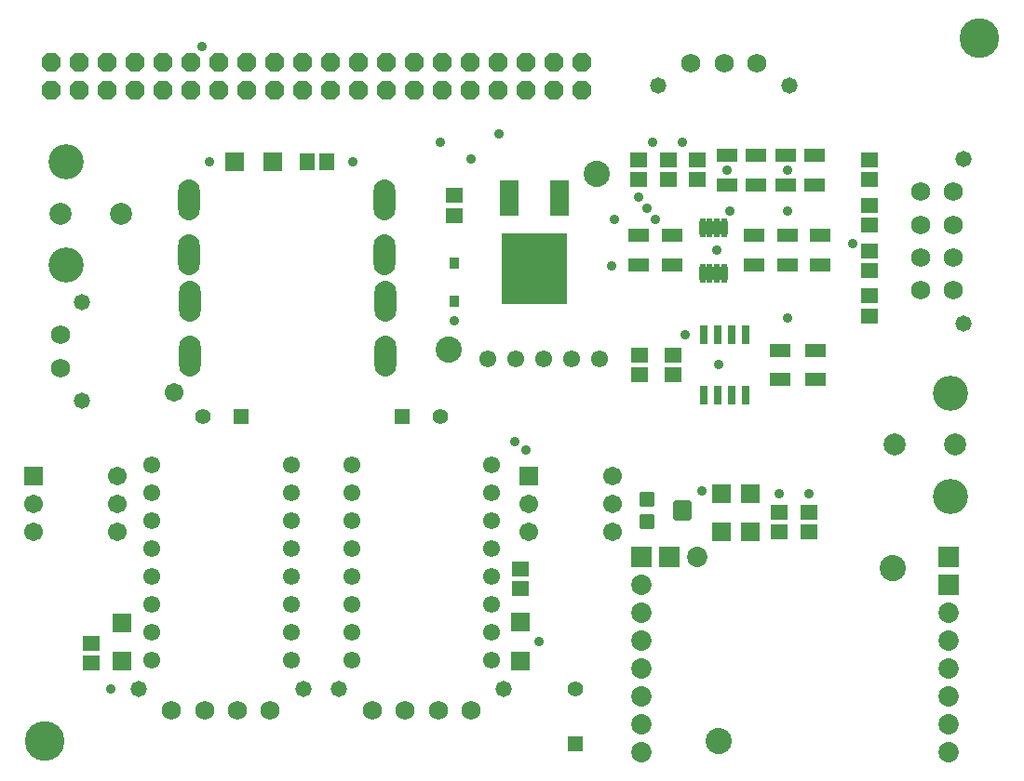
<source format=gts>
G04 Layer_Color=8388736*
%FSLAX44Y44*%
%MOMM*%
G71*
G01*
G75*
%ADD57R,1.9032X1.3032*%
%ADD58R,1.6032X1.4032*%
%ADD59R,1.4032X1.6032*%
%ADD60O,0.6032X1.8032*%
%ADD61R,0.9032X1.0032*%
%ADD62R,1.7032X1.7032*%
%ADD63R,1.7032X1.7032*%
G04:AMPARAMS|DCode=64|XSize=1.8032mm|YSize=1.7032mm|CornerRadius=0.1766mm|HoleSize=0mm|Usage=FLASHONLY|Rotation=270.000|XOffset=0mm|YOffset=0mm|HoleType=Round|Shape=RoundedRectangle|*
%AMROUNDEDRECTD64*
21,1,1.8032,1.3500,0,0,270.0*
21,1,1.4500,1.7032,0,0,270.0*
1,1,0.3532,-0.6750,-0.7250*
1,1,0.3532,-0.6750,0.7250*
1,1,0.3532,0.6750,0.7250*
1,1,0.3532,0.6750,-0.7250*
%
%ADD64ROUNDEDRECTD64*%
G04:AMPARAMS|DCode=65|XSize=1.4032mm|YSize=1.4032mm|CornerRadius=0.1616mm|HoleSize=0mm|Usage=FLASHONLY|Rotation=270.000|XOffset=0mm|YOffset=0mm|HoleType=Round|Shape=RoundedRectangle|*
%AMROUNDEDRECTD65*
21,1,1.4032,1.0800,0,0,270.0*
21,1,1.0800,1.4032,0,0,270.0*
1,1,0.3232,-0.5400,-0.5400*
1,1,0.3232,-0.5400,0.5400*
1,1,0.3232,0.5400,0.5400*
1,1,0.3232,0.5400,-0.5400*
%
%ADD65ROUNDEDRECTD65*%
%ADD66R,1.8032X3.2032*%
%ADD67R,6.0032X6.4032*%
%ADD68R,0.8032X1.6532*%
%ADD69C,3.6032*%
%ADD70C,1.7272*%
%ADD71C,1.4732*%
%ADD72C,1.7032*%
%ADD73C,1.4032*%
%ADD74R,1.4032X1.4032*%
%ADD75P,1.8695X8X202.5*%
%ADD76R,1.4032X1.4032*%
%ADD77C,2.3872*%
%ADD78C,1.8542*%
%ADD79R,1.8542X1.8542*%
%ADD80C,1.5531*%
%ADD81C,2.3876*%
%ADD82C,3.2032*%
%ADD83C,2.0032*%
%ADD84O,1.9581X3.7130*%
%ADD85C,0.9032*%
D57*
X708333Y568500D02*
D03*
Y541500D02*
D03*
X735950Y363750D02*
D03*
Y390750D02*
D03*
X703450D02*
D03*
Y363750D02*
D03*
X575000Y468000D02*
D03*
Y495000D02*
D03*
X605000Y468000D02*
D03*
Y495000D02*
D03*
X680000D02*
D03*
Y468000D02*
D03*
X710000D02*
D03*
Y495000D02*
D03*
X735000Y541500D02*
D03*
Y568500D02*
D03*
X681667Y541500D02*
D03*
Y568500D02*
D03*
X655000Y541500D02*
D03*
Y568500D02*
D03*
X740000Y468000D02*
D03*
Y495000D02*
D03*
D58*
X785000Y422000D02*
D03*
Y440000D02*
D03*
Y463333D02*
D03*
Y481333D02*
D03*
X601667Y546000D02*
D03*
Y564000D02*
D03*
X575000D02*
D03*
Y546000D02*
D03*
X628333Y564000D02*
D03*
Y546000D02*
D03*
X785000Y504667D02*
D03*
Y522667D02*
D03*
Y546000D02*
D03*
Y564000D02*
D03*
X467500Y191500D02*
D03*
Y173500D02*
D03*
X575950Y386250D02*
D03*
Y368250D02*
D03*
X605950Y386250D02*
D03*
Y368250D02*
D03*
X77500Y106000D02*
D03*
Y124000D02*
D03*
X407500Y513500D02*
D03*
Y531500D02*
D03*
X730000Y225484D02*
D03*
Y243484D02*
D03*
X703083D02*
D03*
Y225484D02*
D03*
D59*
X291500Y562500D02*
D03*
X273500D02*
D03*
D60*
X652500Y502500D02*
D03*
X646000D02*
D03*
X639500D02*
D03*
X633000D02*
D03*
X652500Y460500D02*
D03*
X646000D02*
D03*
X639500D02*
D03*
X633000D02*
D03*
D61*
X407500Y435000D02*
D03*
Y470000D02*
D03*
D62*
X242500Y562500D02*
D03*
X207500D02*
D03*
D63*
X105000Y142500D02*
D03*
Y107500D02*
D03*
X467500Y142908D02*
D03*
Y107908D02*
D03*
X676917Y225000D02*
D03*
Y260000D02*
D03*
X650000Y225000D02*
D03*
Y260000D02*
D03*
X24800Y275992D02*
D03*
X474800D02*
D03*
D64*
X615000Y245000D02*
D03*
D65*
X582500Y255000D02*
D03*
Y235000D02*
D03*
D66*
X502900Y529500D02*
D03*
X457100D02*
D03*
D67*
X480000Y465000D02*
D03*
D68*
X634400Y350000D02*
D03*
X647100D02*
D03*
X659800D02*
D03*
X672500D02*
D03*
X634400Y404500D02*
D03*
X647100D02*
D03*
X659800D02*
D03*
X672500D02*
D03*
D69*
X35000Y35000D02*
D03*
X885000Y675000D02*
D03*
D70*
X861290Y535000D02*
D03*
Y505000D02*
D03*
Y475000D02*
D03*
Y445000D02*
D03*
X831290D02*
D03*
Y475000D02*
D03*
Y505000D02*
D03*
Y535000D02*
D03*
X48750Y374635D02*
D03*
Y404635D02*
D03*
X652500Y651654D02*
D03*
X682501Y651955D02*
D03*
X622501D02*
D03*
X332500Y62500D02*
D03*
X362500D02*
D03*
X392500D02*
D03*
X422500D02*
D03*
X150000D02*
D03*
X180000D02*
D03*
X210000D02*
D03*
X240000D02*
D03*
D71*
X870690Y415000D02*
D03*
Y565000D02*
D03*
X68350Y344635D02*
D03*
Y434635D02*
D03*
X592501Y631955D02*
D03*
X712501D02*
D03*
X302500Y82500D02*
D03*
X452500D02*
D03*
X120000D02*
D03*
X270000D02*
D03*
D72*
X24800Y250592D02*
D03*
Y225192D02*
D03*
X101000Y275992D02*
D03*
Y250592D02*
D03*
Y225192D02*
D03*
X474800Y250592D02*
D03*
Y225192D02*
D03*
X551000Y275992D02*
D03*
Y250592D02*
D03*
Y225192D02*
D03*
X152551Y352449D02*
D03*
D73*
X395000Y330000D02*
D03*
X178500D02*
D03*
X517500Y82500D02*
D03*
D74*
X360000Y330000D02*
D03*
X213500D02*
D03*
D75*
X522900Y652500D02*
D03*
X497500D02*
D03*
X472100D02*
D03*
X446700D02*
D03*
X421300D02*
D03*
X395900D02*
D03*
X522900Y627100D02*
D03*
X497500D02*
D03*
X472100D02*
D03*
X446700D02*
D03*
X421300D02*
D03*
X395900D02*
D03*
X370500Y652500D02*
D03*
Y627100D02*
D03*
X345100Y652500D02*
D03*
X319700D02*
D03*
X294300D02*
D03*
X268900D02*
D03*
X243500D02*
D03*
X218100D02*
D03*
X345100Y627100D02*
D03*
X319700D02*
D03*
X294300D02*
D03*
X268900D02*
D03*
X243500D02*
D03*
X218100D02*
D03*
X192700Y652500D02*
D03*
Y627100D02*
D03*
X167300Y652500D02*
D03*
X141900D02*
D03*
X116500D02*
D03*
X91100D02*
D03*
X65700D02*
D03*
X40300D02*
D03*
X167300Y627100D02*
D03*
X141900D02*
D03*
X116500D02*
D03*
X91100D02*
D03*
X65700D02*
D03*
X40300D02*
D03*
D76*
X517500Y32500D02*
D03*
D77*
X806100Y192240D02*
D03*
X647350Y34760D02*
D03*
D78*
X856900Y24600D02*
D03*
Y50000D02*
D03*
Y75400D02*
D03*
Y100800D02*
D03*
Y126200D02*
D03*
Y151600D02*
D03*
X577500Y24600D02*
D03*
Y50000D02*
D03*
Y75400D02*
D03*
Y100800D02*
D03*
Y126200D02*
D03*
Y151600D02*
D03*
Y177000D02*
D03*
X628300Y202400D02*
D03*
D79*
X856900Y177000D02*
D03*
Y202400D02*
D03*
X577500D02*
D03*
X602900D02*
D03*
D80*
X131714Y286400D02*
D03*
Y261000D02*
D03*
Y235600D02*
D03*
Y210200D02*
D03*
Y184800D02*
D03*
Y159400D02*
D03*
Y134000D02*
D03*
Y108600D02*
D03*
X258714D02*
D03*
Y134000D02*
D03*
Y159400D02*
D03*
Y184800D02*
D03*
Y210200D02*
D03*
Y235600D02*
D03*
Y261000D02*
D03*
Y286400D02*
D03*
X314000D02*
D03*
Y261000D02*
D03*
Y235600D02*
D03*
Y210200D02*
D03*
Y184800D02*
D03*
Y159400D02*
D03*
Y134000D02*
D03*
Y108600D02*
D03*
X441000D02*
D03*
Y134000D02*
D03*
Y159400D02*
D03*
Y184800D02*
D03*
Y210200D02*
D03*
Y235600D02*
D03*
Y261000D02*
D03*
Y286400D02*
D03*
X539100Y382500D02*
D03*
X513700D02*
D03*
X488300D02*
D03*
X462900D02*
D03*
X437500D02*
D03*
D81*
X536560Y551410D02*
D03*
X401940Y391390D02*
D03*
D82*
X54100Y562000D02*
D03*
Y468000D02*
D03*
X858440Y257500D02*
D03*
Y351500D02*
D03*
D83*
X49500Y515000D02*
D03*
X104500D02*
D03*
X863040Y304500D02*
D03*
X808040D02*
D03*
D84*
X345000Y435000D02*
D03*
Y384998D02*
D03*
X167002Y435000D02*
D03*
Y384998D02*
D03*
X166004Y477500D02*
D03*
Y527503D02*
D03*
X344002Y477500D02*
D03*
Y527503D02*
D03*
D85*
X177500Y667500D02*
D03*
X632500Y262500D02*
D03*
X484592Y125000D02*
D03*
X655000Y555000D02*
D03*
X185000Y562500D02*
D03*
X315000D02*
D03*
X422500Y565000D02*
D03*
X447500Y587500D02*
D03*
X395000Y580000D02*
D03*
X617500Y405000D02*
D03*
X770000Y487500D02*
D03*
X710000Y420000D02*
D03*
Y517500D02*
D03*
X407500Y417500D02*
D03*
X702500Y260000D02*
D03*
X730000D02*
D03*
X472500Y300000D02*
D03*
X647500Y377500D02*
D03*
X710000Y555000D02*
D03*
X646000Y481500D02*
D03*
X657500Y517500D02*
D03*
X587500Y580000D02*
D03*
X615000D02*
D03*
X462500Y307500D02*
D03*
X575000Y530000D02*
D03*
X95000Y82500D02*
D03*
X582500Y520000D02*
D03*
X590000Y510000D02*
D03*
X550000Y467500D02*
D03*
X552500Y510000D02*
D03*
M02*

</source>
